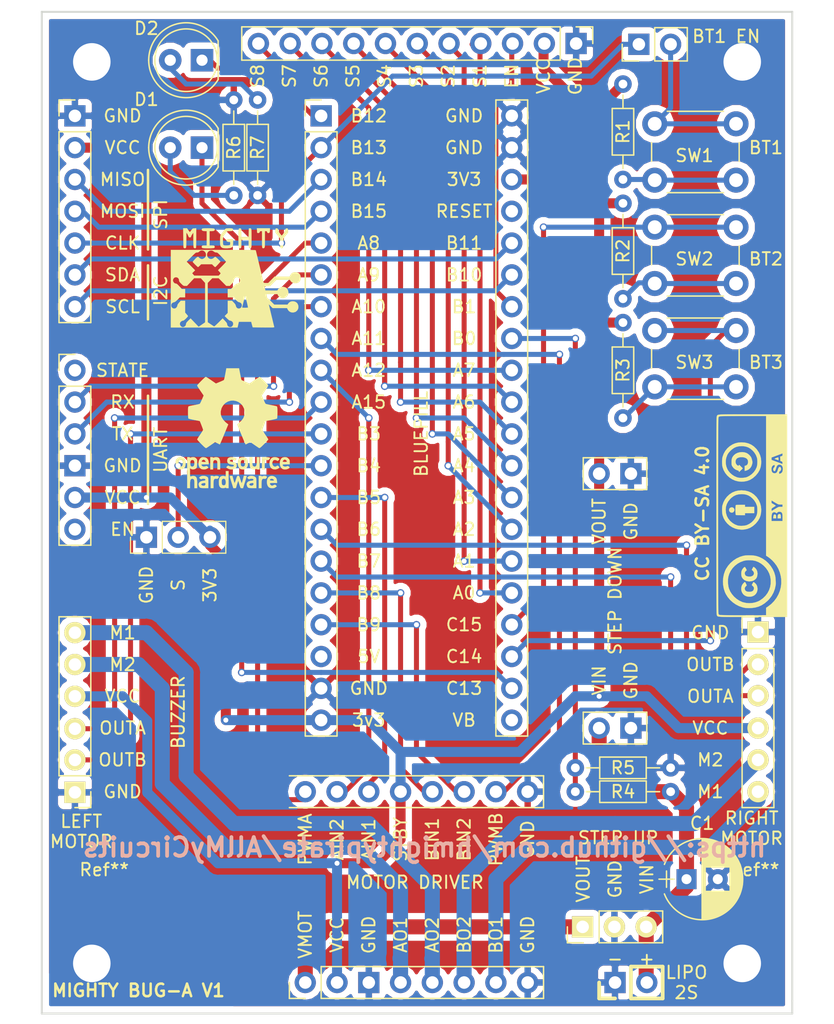
<source format=kicad_pcb>
(kicad_pcb (version 20171130) (host pcbnew 5.0.0-fee4fd1~66~ubuntu18.04.1)
  (layers (0 F.Cu signal) (31 B.Cu signal) (34 B.Paste user) (35 F.Paste user) (36 B.SilkS user) (37 F.SilkS user) (38 B.Mask user) (39 F.Mask user) (44 Edge.Cuts user))
  (net 0 "")
  (net 1 GND)
  (net 2 GLED)
  (net 3 "Net-(D1-Pad2)")
  (net 4 RLED)
  (net 5 "Net-(D2-Pad2)")
  (net 6 BT1)
  (net 7 "Net-(JP1-Pad2)")
  (net 8 BAT_MEAS)
  (net 9 BT2)
  (net 10 BT3)
  (net 11 USART_RX)
  (net 12 USART_TX)
  (net 13 BUZZER)
  (net 14 LM_OUT_B)
  (net 15 LM_OUT_A)
  (net 16 LM_M1)
  (net 17 LM_M2)
  (net 18 MISO)
  (net 19 MOSI)
  (net 20 LM_PWM)
  (net 21 RM_PWM)
  (net 22 RM_DIR_2)
  (net 23 RM_DIR_1)
  (net 24 RM_OUT_A)
  (net 25 RM_OUT_B)
  (net 26 LM_DIR_1)
  (net 27 LM_DIR_2)
  (net 28 "Net-(U6-Pad18)")
  (net 29 "Net-(U6-Pad24)")
  (net 30 SDA)
  (net 31 SCL)
  (net 32 SENSOR_EN)
  (net 33 SENSOR8)
  (net 34 SENSOR7)
  (net 35 SENSOR6)
  (net 36 SENSOR5)
  (net 37 SENSOR4)
  (net 38 SENSOR3)
  (net 39 SENSOR2)
  (net 40 SENSOR1)
  (net 41 "Net-(U6-Pad40)")
  (net 42 RM_M2)
  (net 43 RM_M1)
  (net 44 +3V3)
  (net 45 "Net-(P2-Pad6)")
  (net 46 "Net-(P2-Pad1)")
  (net 47 "Net-(R1-Pad1)")
  (net 48 "Net-(R2-Pad1)")
  (net 49 "Net-(R3-Pad1)")
  (net 50 +9V)
  (net 51 +BATT)
  (module line_follower:Pin_Header_Straight_1x11_Pitch2.54mm (layer F.Cu) (at 160.7185 61.5315 270)
    (fp_text reference P1 hide)
    (fp_text value QTR-8A)
    (pad 1 thru_hole rect (at 0 0 270) (size 1.7 1.7) (drill 1) (layers *.Cu *.Mask) (net 1 GND))
    (pad 2 thru_hole oval (at 0 2.54 270) (size 1.7 1.7) (drill 1) (layers *.Cu *.Mask) (net 44 +3V3))
    (pad 3 thru_hole oval (at 0 5.08 270) (size 1.7 1.7) (drill 1) (layers *.Cu *.Mask) (net 32 SENSOR_EN))
    (pad 4 thru_hole oval (at 0 7.62 270) (size 1.7 1.7) (drill 1) (layers *.Cu *.Mask) (net 40 SENSOR1))
    (pad 5 thru_hole oval (at 0 10.16 270) (size 1.7 1.7) (drill 1) (layers *.Cu *.Mask) (net 39 SENSOR2))
    (pad 6 thru_hole oval (at 0 12.7 270) (size 1.7 1.7) (drill 1) (layers *.Cu *.Mask) (net 38 SENSOR3))
    (pad 7 thru_hole oval (at 0 15.24 270) (size 1.7 1.7) (drill 1) (layers *.Cu *.Mask) (net 37 SENSOR4))
    (pad 8 thru_hole oval (at 0 17.78 270) (size 1.7 1.7) (drill 1) (layers *.Cu *.Mask) (net 36 SENSOR5))
    (pad 9 thru_hole oval (at 0 20.32 270) (size 1.7 1.7) (drill 1) (layers *.Cu *.Mask) (net 35 SENSOR6))
    (pad 10 thru_hole oval (at 0 22.86 270) (size 1.7 1.7) (drill 1) (layers *.Cu *.Mask) (net 34 SENSOR7))
    (pad 11 thru_hole oval (at 0 25.4 270) (size 1.7 1.7) (drill 1) (layers *.Cu *.Mask) (net 33 SENSOR8))
  )
  (module line_follower:tb6612fng_sparkfun (layer F.Cu) (at 147.955 128.905 90)
    (fp_text reference U7 hide)
    (fp_text value TB6612FNG)
    (fp_text user GND (at -3.81 8.89 90) (layer F.SilkS))
    (fp_text user VMOT (at -3.81 -8.89 90) (layer F.SilkS))
    (fp_text user BO2 (at -3.81 3.81 90) (layer F.SilkS))
    (fp_text user BO1 (at -3.81 6.35 90) (layer F.SilkS))
    (fp_text user AO2 (at -3.81 1.27 90) (layer F.SilkS))
    (fp_text user AO1 (at -3.81 -1.27 90) (layer F.SilkS))
    (fp_text user VCC (at -3.81 -6.35 90) (layer F.SilkS))
    (fp_text user GND (at -3.81 -3.81 90) (layer F.SilkS))
    (fp_text user GND (at 3.81 8.89 90) (layer F.SilkS))
    (fp_text user PWMB (at 3.81 6.35 90) (layer F.SilkS))
    (fp_text user BIN2 (at 3.81 3.81 90) (layer F.SilkS))
    (fp_text user BIN1 (at 3.81 1.27 90) (layer F.SilkS))
    (fp_text user STBY (at 3.81 -1.27 90) (layer F.SilkS))
    (fp_text user AIN1 (at 3.81 -3.81 90) (layer F.SilkS))
    (fp_text user AIN2 (at 3.81 -6.35 90) (layer F.SilkS))
    (fp_text user PWMA (at 3.81 -8.89 90) (layer F.SilkS))
    (pad 1 thru_hole rect (at -7.62 -3.81) (size 1.7 1.7) (drill 1) (layers *.Cu *.Mask) (net 1 GND))
    (pad 2 thru_hole oval (at -7.62 -6.35) (size 1.7 1.7) (drill 1) (layers *.Cu *.Mask) (net 44 +3V3))
    (pad 3 thru_hole oval (at -7.62 -1.27) (size 1.7 1.7) (drill 1) (layers *.Cu *.Mask) (net 16 LM_M1))
    (pad 4 thru_hole oval (at -7.62 1.27) (size 1.7 1.7) (drill 1) (layers *.Cu *.Mask) (net 17 LM_M2))
    (pad 5 thru_hole oval (at -7.62 3.81) (size 1.7 1.7) (drill 1) (layers *.Cu *.Mask) (net 43 RM_M1))
    (pad 6 thru_hole oval (at -7.62 6.35) (size 1.7 1.7) (drill 1) (layers *.Cu *.Mask) (net 42 RM_M2))
    (pad 7 thru_hole oval (at -7.62 -8.89) (size 1.7 1.7) (drill 1) (layers *.Cu *.Mask) (net 50 +9V))
    (pad 8 thru_hole oval (at -7.62 8.89) (size 1.7 1.7) (drill 1) (layers *.Cu *.Mask) (net 1 GND))
    (pad 9 thru_hole oval (at 7.62 -8.89) (size 1.7 1.7) (drill 1) (layers *.Cu *.Mask) (net 20 LM_PWM))
    (pad 10 thru_hole oval (at 7.62 -6.35) (size 1.7 1.7) (drill 1) (layers *.Cu *.Mask) (net 27 LM_DIR_2))
    (pad 11 thru_hole oval (at 7.62 -3.81) (size 1.7 1.7) (drill 1) (layers *.Cu *.Mask) (net 26 LM_DIR_1))
    (pad 12 thru_hole oval (at 7.62 -1.27) (size 1.7 1.7) (drill 1) (layers *.Cu *.Mask) (net 44 +3V3))
    (pad 13 thru_hole oval (at 7.62 1.27) (size 1.7 1.7) (drill 1) (layers *.Cu *.Mask) (net 23 RM_DIR_1))
    (pad 14 thru_hole oval (at 7.62 3.81) (size 1.7 1.7) (drill 1) (layers *.Cu *.Mask) (net 22 RM_DIR_2))
    (pad 15 thru_hole oval (at 7.62 6.35) (size 1.7 1.7) (drill 1) (layers *.Cu *.Mask) (net 21 RM_PWM))
    (pad 16 thru_hole oval (at 7.62 8.89) (size 1.7 1.7) (drill 1) (layers *.Cu *.Mask) (net 1 GND))
  )
  (module line_follower:BluePill_STM32F103C (layer F.Cu) (at 147.955 91.44)
    (fp_text reference U6 hide)
    (fp_text value STM32F103C8T6 hide)
    (fp_text user 3v3 (at -3.81 24.13) (layer F.SilkS))
    (fp_text user GND (at -3.81 21.59) (layer F.SilkS))
    (fp_text user 5V (at -3.81 19.05) (layer F.SilkS))
    (fp_text user B9 (at -3.81 16.51) (layer F.SilkS))
    (fp_text user B8 (at -3.81 13.97) (layer F.SilkS))
    (fp_text user B7 (at -3.81 11.43) (layer F.SilkS))
    (fp_text user B6 (at -3.81 8.89) (layer F.SilkS))
    (fp_text user B5 (at -3.81 6.35) (layer F.SilkS))
    (fp_text user B4 (at -3.81 3.81) (layer F.SilkS))
    (fp_text user B3 (at -3.81 1.27) (layer F.SilkS))
    (fp_text user A15 (at -3.81 -1.27) (layer F.SilkS))
    (fp_text user A12 (at -3.81 -3.81) (layer F.SilkS))
    (fp_text user A11 (at -3.81 -6.35) (layer F.SilkS))
    (fp_text user A10 (at -3.81 -8.89) (layer F.SilkS))
    (fp_text user A9 (at -3.81 -11.43) (layer F.SilkS))
    (fp_text user A8 (at -3.81 -13.97) (layer F.SilkS))
    (fp_text user B15 (at -3.81 -16.51) (layer F.SilkS))
    (fp_text user B14 (at -3.81 -19.05) (layer F.SilkS))
    (fp_text user B13 (at -3.81 -21.59) (layer F.SilkS))
    (fp_text user B12 (at -3.81 -24.13) (layer F.SilkS))
    (fp_text user VB (at 3.81 24.13) (layer F.SilkS))
    (fp_text user C13 (at 3.81 21.59) (layer F.SilkS))
    (fp_text user C14 (at 3.81 19.05) (layer F.SilkS))
    (fp_text user C15 (at 3.81 16.51) (layer F.SilkS))
    (fp_text user A0 (at 3.81 13.97) (layer F.SilkS))
    (fp_text user A1 (at 3.81 11.43) (layer F.SilkS))
    (fp_text user A2 (at 3.81 8.89) (layer F.SilkS))
    (fp_text user A3 (at 3.81 6.35) (layer F.SilkS))
    (fp_text user A4 (at 3.81 3.81) (layer F.SilkS))
    (fp_text user A5 (at 3.81 1.27) (layer F.SilkS))
    (fp_text user A6 (at 3.81 -1.27) (layer F.SilkS))
    (fp_text user A7 (at 3.81 -3.81) (layer F.SilkS))
    (fp_text user B0 (at 3.81 -6.35) (layer F.SilkS))
    (fp_text user B1 (at 3.81 -8.89) (layer F.SilkS))
    (fp_text user B10 (at 3.81 -11.43) (layer F.SilkS))
    (fp_text user B11 (at 3.81 -13.97) (layer F.SilkS))
    (fp_text user RESET (at 3.81 -16.51) (layer F.SilkS))
    (fp_text user 3V3 (at 3.81 -19.05) (layer F.SilkS))
    (fp_text user GND (at 3.81 -21.59) (layer F.SilkS))
    (fp_text user GND (at 3.81 -24.13) (layer F.SilkS))
    (pad 1 thru_hole rect (at -7.62 -24.13) (size 1.7 1.7) (drill 1) (layers *.Cu *.Mask) (net 4 RLED))
    (pad 2 thru_hole circle (at -7.62 -21.59) (size 1.7 1.7) (drill 1) (layers *.Cu *.Mask) (net 6 BT1))
    (pad 3 thru_hole circle (at -7.62 -19.05) (size 1.7 1.7) (drill 1) (layers *.Cu *.Mask) (net 18 MISO))
    (pad 4 thru_hole circle (at -7.62 -16.51) (size 1.7 1.7) (drill 1) (layers *.Cu *.Mask) (net 19 MOSI))
    (pad 5 thru_hole circle (at -7.62 -13.97) (size 1.7 1.7) (drill 1) (layers *.Cu *.Mask) (net 20 LM_PWM))
    (pad 6 thru_hole circle (at -7.62 -11.43) (size 1.7 1.7) (drill 1) (layers *.Cu *.Mask) (net 12 USART_TX))
    (pad 7 thru_hole circle (at -7.62 -8.89) (size 1.7 1.7) (drill 1) (layers *.Cu *.Mask) (net 11 USART_RX))
    (pad 8 thru_hole circle (at -7.62 -6.35) (size 1.7 1.7) (drill 1) (layers *.Cu *.Mask) (net 21 RM_PWM))
    (pad 9 thru_hole circle (at -7.62 -3.81) (size 1.7 1.7) (drill 1) (layers *.Cu *.Mask) (net 27 LM_DIR_2))
    (pad 10 thru_hole circle (at -7.62 -1.27) (size 1.7 1.7) (drill 1) (layers *.Cu *.Mask) (net 15 LM_OUT_A))
    (pad 11 thru_hole circle (at -7.62 1.27) (size 1.7 1.7) (drill 1) (layers *.Cu *.Mask) (net 14 LM_OUT_B))
    (pad 12 thru_hole circle (at -7.62 3.81) (size 1.7 1.7) (drill 1) (layers *.Cu *.Mask) (net 13 BUZZER))
    (pad 13 thru_hole circle (at -7.62 6.35) (size 1.7 1.7) (drill 1) (layers *.Cu *.Mask) (net 26 LM_DIR_1))
    (pad 14 thru_hole circle (at -7.62 8.89) (size 1.7 1.7) (drill 1) (layers *.Cu *.Mask) (net 24 RM_OUT_A))
    (pad 15 thru_hole circle (at -7.62 11.43) (size 1.7 1.7) (drill 1) (layers *.Cu *.Mask) (net 25 RM_OUT_B))
    (pad 16 thru_hole circle (at -7.62 13.97) (size 1.7 1.7) (drill 1) (layers *.Cu *.Mask) (net 23 RM_DIR_1))
    (pad 17 thru_hole circle (at -7.62 16.51) (size 1.7 1.7) (drill 1) (layers *.Cu *.Mask) (net 22 RM_DIR_2))
    (pad 18 thru_hole circle (at -7.62 19.05) (size 1.7 1.7) (drill 1) (layers *.Cu *.Mask) (net 28 "Net-(U6-Pad18)"))
    (pad 19 thru_hole circle (at -7.62 21.59) (size 1.7 1.7) (drill 1) (layers *.Cu *.Mask) (net 1 GND))
    (pad 20 thru_hole circle (at -7.62 24.13) (size 1.7 1.7) (drill 1) (layers *.Cu *.Mask) (net 44 +3V3))
    (pad 21 thru_hole circle (at 7.62 -24.13) (size 1.7 1.7) (drill 1) (layers *.Cu *.Mask) (net 1 GND))
    (pad 22 thru_hole circle (at 7.62 -21.59) (size 1.7 1.7) (drill 1) (layers *.Cu *.Mask) (net 1 GND))
    (pad 23 thru_hole circle (at 7.62 -19.05) (size 1.7 1.7) (drill 1) (layers *.Cu *.Mask) (net 44 +3V3))
    (pad 24 thru_hole circle (at 7.62 -16.51) (size 1.7 1.7) (drill 1) (layers *.Cu *.Mask) (net 29 "Net-(U6-Pad24)"))
    (pad 25 thru_hole circle (at 7.62 -13.97) (size 1.7 1.7) (drill 1) (layers *.Cu *.Mask) (net 30 SDA))
    (pad 26 thru_hole circle (at 7.62 -11.43) (size 1.7 1.7) (drill 1) (layers *.Cu *.Mask) (net 31 SCL))
    (pad 27 thru_hole circle (at 7.62 -8.89) (size 1.7 1.7) (drill 1) (layers *.Cu *.Mask) (net 32 SENSOR_EN))
    (pad 28 thru_hole circle (at 7.62 -6.35) (size 1.7 1.7) (drill 1) (layers *.Cu *.Mask) (net 8 BAT_MEAS))
    (pad 29 thru_hole circle (at 7.62 -3.81) (size 1.7 1.7) (drill 1) (layers *.Cu *.Mask) (net 33 SENSOR8))
    (pad 30 thru_hole circle (at 7.62 -1.27) (size 1.7 1.7) (drill 1) (layers *.Cu *.Mask) (net 34 SENSOR7))
    (pad 31 thru_hole circle (at 7.62 1.27) (size 1.7 1.7) (drill 1) (layers *.Cu *.Mask) (net 35 SENSOR6))
    (pad 32 thru_hole circle (at 7.62 3.81) (size 1.7 1.7) (drill 1) (layers *.Cu *.Mask) (net 36 SENSOR5))
    (pad 33 thru_hole circle (at 7.62 6.35) (size 1.7 1.7) (drill 1) (layers *.Cu *.Mask) (net 37 SENSOR4))
    (pad 34 thru_hole circle (at 7.62 8.89) (size 1.7 1.7) (drill 1) (layers *.Cu *.Mask) (net 38 SENSOR3))
    (pad 35 thru_hole circle (at 7.62 11.43) (size 1.7 1.7) (drill 1) (layers *.Cu *.Mask) (net 39 SENSOR2))
    (pad 36 thru_hole circle (at 7.62 13.97) (size 1.7 1.7) (drill 1) (layers *.Cu *.Mask) (net 40 SENSOR1))
    (pad 37 thru_hole circle (at 7.62 16.51) (size 1.7 1.7) (drill 1) (layers *.Cu *.Mask) (net 9 BT2))
    (pad 38 thru_hole circle (at 7.62 19.05) (size 1.7 1.7) (drill 1) (layers *.Cu *.Mask) (net 10 BT3))
    (pad 39 thru_hole circle (at 7.62 21.59) (size 1.7 1.7) (drill 1) (layers *.Cu *.Mask) (net 2 GLED))
    (pad 40 thru_hole circle (at 7.62 24.13) (size 1.7 1.7) (drill 1) (layers *.Cu *.Mask) (net 41 "Net-(U6-Pad40)"))
  )
  (module line_follower:u3v12f9 (layer F.Cu) (at 163.83 127 90)
    (fp_text reference U2 hide)
    (fp_text value U3V12F9)
    (fp_text user VIN (at -1.27 2.54 90) (layer F.SilkS))
    (fp_text user GND (at -1.27 0 90) (layer F.SilkS))
    (fp_text user VOUT (at -1.27 -2.54 90) (layer F.SilkS))
    (pad 1 thru_hole rect (at -5.08 -2.5908) (size 1.7 1.7) (drill 1) (layers *.Cu *.Mask F.SilkS) (net 50 +9V))
    (pad 2 thru_hole oval (at -5.08 -0.0508) (size 1.7 1.7) (drill 1) (layers *.Cu *.Mask F.SilkS) (net 1 GND))
    (pad 3 thru_hole oval (at -5.08 2.4892) (size 1.7 1.7) (drill 1) (layers *.Cu *.Mask F.SilkS) (net 51 +BATT))
  )
  (module line_follower:AMS1117-3.3 (layer F.Cu) (at 163.83 106.045 90)
    (fp_text reference U1 hide)
    (fp_text value AMS1117-3.3)
    (fp_text user GND (at 6.35 1.27 90) (layer F.SilkS))
    (fp_text user VOUT (at 6.35 -1.27 90) (layer F.SilkS))
    (fp_text user VIN (at -6.35 -1.27 90) (layer F.SilkS))
    (fp_text user GND (at -6.35 1.27 90) (layer F.SilkS))
    (pad 1 thru_hole circle (at -10.16 -1.27 90) (size 1.7 1.7) (drill 1) (layers *.Cu *.Mask) (net 51 +BATT))
    (pad 2 thru_hole rect (at -10.16 1.27 90) (size 1.7 1.7) (drill 1) (layers *.Cu *.Mask) (net 1 GND))
    (pad 3 thru_hole circle (at 10.16 -1.27 90) (size 1.7 1.7) (drill 1) (layers *.Cu *.Mask) (net 44 +3V3))
    (pad 4 thru_hole rect (at 10.16 1.27 90) (size 1.7 1.7) (drill 1) (layers *.Cu *.Mask) (net 1 GND))
  )
  (module line_follower:Buzzer (layer F.Cu) (at 128.905 100.965 90)
    (fp_text reference K1 hide)
    (fp_text value BUZZER (at -13.97 0 90) (layer F.SilkS))
    (fp_text user 3V3 (at -3.81 2.54 90) (layer F.SilkS))
    (fp_text user S (at -3.81 0 90) (layer F.SilkS))
    (fp_text user GND (at -3.81 -2.54 90) (layer F.SilkS))
    (pad 3 thru_hole circle (at 0 2.54 90) (size 1.7 1.7) (drill 1) (layers *.Cu *.Mask) (net 44 +3V3))
    (pad 1 thru_hole rect (at 0 -2.54 90) (size 1.7 1.7) (drill 1) (layers *.Cu *.Mask) (net 1 GND))
    (pad 2 thru_hole circle (at 0 0 90) (size 1.7 1.7) (drill 1) (layers *.Cu *.Mask) (net 13 BUZZER))
  )
  (module line_follower:Header (layer F.Cu) (at 120.65 73.66)
    (fp_text reference P3 hide)
    (fp_text value "EXP HEADER")
    (fp_text user CLK (at 3.81 3.81) (layer F.SilkS))
    (fp_text user SCL (at 3.81 8.89) (layer F.SilkS))
    (fp_text user SDA (at 3.81 6.35) (layer F.SilkS))
    (fp_text user MOSI (at 3.81 1.27) (layer F.SilkS))
    (fp_text user MISO (at 3.81 -1.27) (layer F.SilkS))
    (fp_text user VCC (at 3.81 -3.81) (layer F.SilkS))
    (fp_text user GND (at 3.81 -6.35) (layer F.SilkS))
    (pad 7 thru_hole circle (at 0 8.89) (size 1.7 1.7) (drill 1) (layers *.Cu *.Mask) (net 31 SCL))
    (pad 6 thru_hole circle (at 0 6.35) (size 1.7 1.7) (drill 1) (layers *.Cu *.Mask) (net 30 SDA))
    (pad 5 thru_hole circle (at 0 3.81) (size 1.7 1.7) (drill 1) (layers *.Cu *.Mask) (net 6 BT1))
    (pad 4 thru_hole circle (at 0 1.27) (size 1.7 1.7) (drill 1) (layers *.Cu *.Mask) (net 19 MOSI))
    (pad 3 thru_hole circle (at 0 -1.27) (size 1.7 1.7) (drill 1) (layers *.Cu *.Mask) (net 18 MISO))
    (pad 1 thru_hole rect (at 0 -6.35) (size 1.7 1.7) (drill 1) (layers *.Cu *.Mask) (net 1 GND))
    (pad 2 thru_hole circle (at 0 -3.81) (size 1.7 1.7) (drill 1) (layers *.Cu *.Mask) (net 44 +3V3))
  )
  (module line_follower:HC-05 (layer F.Cu) (at 120.65 93.98)
    (fp_text reference P2 hide)
    (fp_text value HC-05)
    (fp_text user STATE (at 3.81 -6.35) (layer F.SilkS))
    (fp_text user RX (at 3.81 -3.81) (layer F.SilkS))
    (fp_text user TX (at 3.81 -1.27) (layer F.SilkS))
    (fp_text user GND (at 3.81 1.27) (layer F.SilkS))
    (fp_text user VCC (at 3.81 3.81) (layer F.SilkS))
    (fp_text user EN (at 3.81 6.35) (layer F.SilkS))
    (pad 6 thru_hole circle (at 0 6.35) (size 1.7 1.7) (drill 1) (layers *.Cu *.Mask) (net 45 "Net-(P2-Pad6)"))
    (pad 5 thru_hole circle (at 0 3.81) (size 1.7 1.7) (drill 1) (layers *.Cu *.Mask) (net 44 +3V3))
    (pad 4 thru_hole rect (at 0 1.27) (size 1.7 1.7) (drill 1) (layers *.Cu *.Mask) (net 1 GND))
    (pad 3 thru_hole circle (at 0 -1.27) (size 1.7 1.7) (drill 1) (layers *.Cu *.Mask) (net 11 USART_RX))
    (pad 1 thru_hole oval (at 0 -6.35) (size 1.7 1.7) (drill 1) (layers *.Cu *.Mask) (net 46 "Net-(P2-Pad1)"))
    (pad 2 thru_hole circle (at 0 -3.81) (size 1.7 1.7) (drill 1) (layers *.Cu *.Mask) (net 12 USART_TX))
  )
  (module line_follower:pololu_magnetic_encoder (layer F.Cu) (at 120.65 114.935 180)
    (fp_text reference P4 hide)
    (fp_text value "LEFT MOTOR")
    (fp_text user GND (at -3.81 -6.35 180) (layer F.SilkS))
    (fp_text user OUTB (at -3.81 -3.81 180) (layer F.SilkS))
    (fp_text user OUTA (at -3.81 -1.27 180) (layer F.SilkS))
    (fp_text user VCC (at -3.81 1.27 180) (layer F.SilkS))
    (fp_text user M2 (at -3.81 3.81 180) (layer F.SilkS))
    (fp_text user M1 (at -3.81 6.35 180) (layer F.SilkS))
    (pad 1 thru_hole rect (at 0 -6.4008 90) (size 1.7 1.7) (drill 1) (layers *.Cu *.Mask F.SilkS) (net 1 GND))
    (pad 2 thru_hole oval (at 0 -3.81 90) (size 1.7 1.7) (drill 1) (layers *.Cu *.Mask F.SilkS) (net 14 LM_OUT_B))
    (pad 3 thru_hole oval (at 0 -1.3208 90) (size 1.7 1.7) (drill 1) (layers *.Cu *.Mask F.SilkS) (net 15 LM_OUT_A))
    (pad 4 thru_hole oval (at 0 1.27 90) (size 1.7 1.7) (drill 1) (layers *.Cu *.Mask F.SilkS) (net 44 +3V3))
    (pad 5 thru_hole oval (at 0 3.81 90) (size 1.7 1.7) (drill 1) (layers *.Cu *.Mask F.SilkS) (net 16 LM_M1))
    (pad 6 thru_hole oval (at 0 6.35 90) (size 1.7 1.7) (drill 1) (layers *.Cu *.Mask F.SilkS) (net 17 LM_M2))
  )
  (module line_follower:pololu_magnetic_encoder (layer F.Cu) (at 175.26 114.935)
    (fp_text reference P5 hide)
    (fp_text value "RIGHT MOTOR")
    (fp_text user GND (at -3.81 -6.35) (layer F.SilkS))
    (fp_text user OUTB (at -3.81 -3.81) (layer F.SilkS))
    (fp_text user OUTA (at -3.81 -1.27) (layer F.SilkS))
    (fp_text user VCC (at -3.81 1.27) (layer F.SilkS))
    (fp_text user M2 (at -3.81 3.81) (layer F.SilkS))
    (fp_text user M1 (at -3.81 6.35) (layer F.SilkS))
    (pad 1 thru_hole rect (at 0 -6.4008 270) (size 1.7 1.7) (drill 1) (layers *.Cu *.Mask F.SilkS) (net 1 GND))
    (pad 2 thru_hole oval (at 0 -3.81 270) (size 1.7 1.7) (drill 1) (layers *.Cu *.Mask F.SilkS) (net 24 RM_OUT_A))
    (pad 3 thru_hole oval (at 0 -1.3208 270) (size 1.7 1.7) (drill 1) (layers *.Cu *.Mask F.SilkS) (net 25 RM_OUT_B))
    (pad 4 thru_hole oval (at 0 1.27 270) (size 1.7 1.7) (drill 1) (layers *.Cu *.Mask F.SilkS) (net 44 +3V3))
    (pad 5 thru_hole oval (at 0 3.81 270) (size 1.7 1.7) (drill 1) (layers *.Cu *.Mask F.SilkS) (net 43 RM_M1))
    (pad 6 thru_hole oval (at 0 6.35 270) (size 1.7 1.7) (drill 1) (layers *.Cu *.Mask F.SilkS) (net 42 RM_M2))
  )
  (module line_follower:SW_PUSH_6mm_h5mm (layer F.Cu) (at 167.005 67.945)
    (fp_text reference SW1 (at 3.175 2.54) (layer F.SilkS))
    (fp_text value SW_PUSH)
    (pad 2 thru_hole circle (at 0 4.5 90) (size 2 2) (drill 1.1) (layers *.Cu *.Mask) (net 47 "Net-(R1-Pad1)"))
    (pad 1 thru_hole circle (at 0 0 90) (size 2 2) (drill 1.1) (layers *.Cu *.Mask) (net 7 "Net-(JP1-Pad2)"))
    (pad 2 thru_hole circle (at 6.5 4.5 90) (size 2 2) (drill 1.1) (layers *.Cu *.Mask) (net 47 "Net-(R1-Pad1)"))
    (pad 1 thru_hole circle (at 6.5 0 90) (size 2 2) (drill 1.1) (layers *.Cu *.Mask) (net 7 "Net-(JP1-Pad2)"))
  )
  (module line_follower:SW_PUSH_6mm_h5mm (layer F.Cu) (at 167.005 76.2)
    (fp_text reference SW2 (at 3.175 2.54) (layer F.SilkS))
    (fp_text value SW_PUSH)
    (pad 2 thru_hole circle (at 0 4.5 90) (size 2 2) (drill 1.1) (layers *.Cu *.Mask) (net 48 "Net-(R2-Pad1)"))
    (pad 1 thru_hole circle (at 0 0 90) (size 2 2) (drill 1.1) (layers *.Cu *.Mask) (net 9 BT2))
    (pad 2 thru_hole circle (at 6.5 4.5 90) (size 2 2) (drill 1.1) (layers *.Cu *.Mask) (net 48 "Net-(R2-Pad1)"))
    (pad 1 thru_hole circle (at 6.5 0 90) (size 2 2) (drill 1.1) (layers *.Cu *.Mask) (net 9 BT2))
  )
  (module line_follower:SW_PUSH_6mm_h5mm (layer F.Cu) (at 167.005 84.455)
    (fp_text reference SW3 (at 3.175 2.54) (layer F.SilkS))
    (fp_text value SW_PUSH)
    (pad 2 thru_hole circle (at 0 4.5 90) (size 2 2) (drill 1.1) (layers *.Cu *.Mask) (net 49 "Net-(R3-Pad1)"))
    (pad 1 thru_hole circle (at 0 0 90) (size 2 2) (drill 1.1) (layers *.Cu *.Mask) (net 10 BT3))
    (pad 2 thru_hole circle (at 6.5 4.5 90) (size 2 2) (drill 1.1) (layers *.Cu *.Mask) (net 49 "Net-(R3-Pad1)"))
    (pad 1 thru_hole circle (at 6.5 0 90) (size 2 2) (drill 1.1) (layers *.Cu *.Mask) (net 10 BT3))
  )
  (module line_follower:LED_D5.0mm (layer F.Cu) (at 130.81 69.85 180)
    (fp_text reference D1 (at 4.445 3.85 180) (layer F.SilkS))
    (fp_text value LED)
    (pad 1 thru_hole rect (at 0 0 180) (size 1.8 1.8) (drill 0.9) (layers *.Cu *.Mask) (net 2 GLED))
    (pad 2 thru_hole circle (at 2.54 0 180) (size 1.8 1.8) (drill 0.9) (layers *.Cu *.Mask) (net 3 "Net-(D1-Pad2)"))
  )
  (module line_follower:LED_D5.0mm (layer F.Cu) (at 130.81 62.865 180)
    (fp_text reference D2 (at 4.445 2.54 180) (layer F.SilkS))
    (fp_text value LED)
    (pad 1 thru_hole rect (at 0 0 180) (size 1.8 1.8) (drill 0.9) (layers *.Cu *.Mask) (net 4 RLED))
    (pad 2 thru_hole circle (at 2.54 0 180) (size 1.8 1.8) (drill 0.9) (layers *.Cu *.Mask) (net 5 "Net-(D2-Pad2)"))
  )
  (module line_follower:R_Axial_DIN0204_L3.6mm_D1.6mm_P7.62mm_Horizontal (layer F.Cu) (at 133.35 73.66 90)
    (fp_text reference R6 (at 3.81 0 90) (layer F.SilkS))
    (fp_text value 100)
    (pad 1 thru_hole circle (at 0 0 90) (size 1.4 1.4) (drill 0.7) (layers *.Cu *.Mask) (net 3 "Net-(D1-Pad2)"))
    (pad 2 thru_hole oval (at 7.62 0 90) (size 1.4 1.4) (drill 0.7) (layers *.Cu *.Mask) (net 1 GND))
  )
  (module line_follower:R_Axial_DIN0204_L3.6mm_D1.6mm_P7.62mm_Horizontal (layer F.Cu) (at 135.255 73.66 90)
    (fp_text reference R7 (at 3.81 0 90) (layer F.SilkS))
    (fp_text value 100)
    (pad 1 thru_hole circle (at 0 0 90) (size 1.4 1.4) (drill 0.7) (layers *.Cu *.Mask) (net 1 GND))
    (pad 2 thru_hole oval (at 7.62 0 90) (size 1.4 1.4) (drill 0.7) (layers *.Cu *.Mask) (net 5 "Net-(D2-Pad2)"))
  )
  (module line_follower:2S_LiPo (layer F.Cu) (at 165.1 136.525)
    (fp_text reference P6 hide)
    (fp_text value BATTERY)
    (fp_text user - (at -1.27 -1.905) (layer F.SilkS))
    (fp_text user + (at 1.27 -1.905) (layer F.SilkS))
    (pad 2 thru_hole rect (at -1.27 0) (size 1.7 1.7) (drill 1) (layers *.Cu *.Mask) (net 1 GND))
    (pad 1 thru_hole oval (at 1.27 0) (size 1.7 1.7) (drill 1) (layers *.Cu *.Mask) (net 51 +BATT))
  )
  (module line_follower:Pin_Header_Straight_1x02_Pitch2.54mm (layer F.Cu) (at 165.735 61.595 90)
    (fp_text reference JP1 hide)
    (fp_text value JUMPER)
    (pad 1 thru_hole rect (at 0 0 90) (size 1.7 1.7) (drill 1) (layers *.Cu *.Mask) (net 6 BT1))
    (pad 2 thru_hole oval (at 0 2.54 90) (size 1.7 1.7) (drill 1) (layers *.Cu *.Mask) (net 7 "Net-(JP1-Pad2)"))
  )
  (module line_follower:R_Axial_DIN0204_L3.6mm_D1.6mm_P7.62mm_Horizontal (layer F.Cu) (at 164.465 72.39 90)
    (fp_text reference R1 (at 3.81 0 90) (layer F.SilkS))
    (fp_text value 100)
    (pad 1 thru_hole circle (at 0 0 90) (size 1.4 1.4) (drill 0.7) (layers *.Cu *.Mask) (net 47 "Net-(R1-Pad1)"))
    (pad 2 thru_hole oval (at 7.62 0 90) (size 1.4 1.4) (drill 0.7) (layers *.Cu *.Mask) (net 44 +3V3))
  )
  (module line_follower:R_Axial_DIN0204_L3.6mm_D1.6mm_P7.62mm_Horizontal (layer F.Cu) (at 164.465 81.915 90)
    (fp_text reference R2 (at 3.81 0 90) (layer F.SilkS))
    (fp_text value 100)
    (pad 1 thru_hole circle (at 0 0 90) (size 1.4 1.4) (drill 0.7) (layers *.Cu *.Mask) (net 48 "Net-(R2-Pad1)"))
    (pad 2 thru_hole oval (at 7.62 0 90) (size 1.4 1.4) (drill 0.7) (layers *.Cu *.Mask) (net 44 +3V3))
  )
  (module line_follower:R_Axial_DIN0204_L3.6mm_D1.6mm_P7.62mm_Horizontal (layer F.Cu) (at 164.465 91.44 90)
    (fp_text reference R3 (at 3.81 0 90) (layer F.SilkS))
    (fp_text value 100)
    (pad 1 thru_hole circle (at 0 0 90) (size 1.4 1.4) (drill 0.7) (layers *.Cu *.Mask) (net 49 "Net-(R3-Pad1)"))
    (pad 2 thru_hole oval (at 7.62 0 90) (size 1.4 1.4) (drill 0.7) (layers *.Cu *.Mask) (net 44 +3V3))
  )
  (module line_follower:R_Axial_DIN0204_L3.6mm_D1.6mm_P7.62mm_Horizontal (layer F.Cu) (at 168.275 121.285 180)
    (fp_text reference R4 (at 3.81 0 180) (layer F.SilkS))
    (fp_text value 47k)
    (pad 1 thru_hole circle (at 0 0 180) (size 1.4 1.4) (drill 0.7) (layers *.Cu *.Mask) (net 51 +BATT))
    (pad 2 thru_hole oval (at 7.62 0 180) (size 1.4 1.4) (drill 0.7) (layers *.Cu *.Mask) (net 8 BAT_MEAS))
  )
  (module line_follower:R_Axial_DIN0204_L3.6mm_D1.6mm_P7.62mm_Horizontal (layer F.Cu) (at 160.655 119.38)
    (fp_text reference R5 (at 3.81 0) (layer F.SilkS))
    (fp_text value 20k)
    (pad 1 thru_hole circle (at 0 0) (size 1.4 1.4) (drill 0.7) (layers *.Cu *.Mask) (net 8 BAT_MEAS))
    (pad 2 thru_hole oval (at 7.62 0) (size 1.4 1.4) (drill 0.7) (layers *.Cu *.Mask) (net 1 GND))
  )
  (module line_follower:CP_Radial_D6.3mm_P2.50mm (layer F.Cu) (at 169.545 128.27)
    (fp_text reference C1 (at 1.25 -4.46) (layer F.SilkS))
    (fp_text value >=33uF)
    (pad 1 thru_hole rect (at 0 0) (size 1.6 1.6) (drill 0.8) (layers *.Cu *.Mask) (net 51 +BATT))
    (pad 2 thru_hole circle (at 2.5 0) (size 1.6 1.6) (drill 0.8) (layers *.Cu *.Mask) (net 1 GND))
  )
  (module line_follower:MountingHole_3mm (layer F.Cu) (at 122 63)
    (fp_text reference Ref** hide)
    (fp_text value MountingHole_3mm)
    (pad 1 np_thru_hole circle (at 0 0) (size 3 3) (drill 3) (layers *.Cu *.Mask))
  )
  (module line_follower:MountingHole_3mm (layer F.Cu) (at 174 63)
    (fp_text reference Ref** hide)
    (fp_text value MountingHole_3mm)
    (pad 1 np_thru_hole circle (at 0 0) (size 3 3) (drill 3) (layers *.Cu *.Mask))
  )
  (module line_follower:MountingHole_3mm (layer F.Cu) (at 122 135)
    (fp_text reference Ref** (at 0.99 -7.485) (layer F.SilkS))
    (fp_text value MountingHole_3mm)
    (pad 1 np_thru_hole circle (at 0 0) (size 3 3) (drill 3) (layers *.Cu *.Mask))
  )
  (module line_follower:MountingHole_3mm (layer F.Cu) (at 174 135)
    (fp_text reference Ref** (at 0.99 -7.485) (layer F.SilkS))
    (fp_text value MountingHole_3mm)
    (pad 1 np_thru_hole circle (at 0 0) (size 3 3) (drill 3) (layers *.Cu *.Mask))
  )
  (module line_follower:osh_logo (layer F.Cu) (at 133.25 92.25)
    (fp_text reference G*** hide)
    (fp_text value LOGO hide)
  )
  (module line_follower:bug_a_logo (layer F.Cu) (at 133.5 80.25)
    (fp_text reference G*** hide)
    (fp_text value LOGO hide)
  )
  (module line_follower:cc_by_sa_logo (layer F.Cu) (at 174.75 99.25 90)
    (fp_text reference G*** hide)
    (fp_text value LOGO hide)
  )
  (gr_text https://github.com/hmightypirate/AllMyCircuits (at 148.59 125.73) (layer B.SilkS) (effects (font (size 1.5 1.5) (thickness 0.3)) (justify mirror)))
  (gr_text "LIPO\n2S" (at 169.545 136.525) (layer F.SilkS) (effects (font (size 1 1))))
  (gr_line (start 126.492 98.298) (end 126.492 89.662) (angle 90) (layer F.SilkS) (width 0.2))
  (gr_text SPI (at 127.508 75.184 90) (layer F.SilkS) (effects (font (size 1 1))))
  (gr_line (start 126.492 77.978) (end 126.492 71.628) (angle 90) (layer F.SilkS) (width 0.2))
  (gr_line (start 126.492 83.566) (end 126.492 79.248) (angle 90) (layer F.SilkS) (width 0.2))
  (gr_text I2C (at 127.508 81.28 90) (layer F.SilkS) (effects (font (size 1 1))))
  (gr_text UART (at 127.508 93.98 90) (layer F.SilkS) (effects (font (size 1 1))))
  (gr_text "LEFT\nMOTOR" (at 121.158 124.46) (layer F.SilkS) (effects (font (size 1 1))))
  (gr_text "RIGHT\nMOTOR" (at 174.752 124.206) (layer F.SilkS) (effects (font (size 1 1))))
  (gr_text "STEP UP\n" (at 164.084 124.968) (layer F.SilkS) (effects (font (size 1 1))))
  (gr_text "STEP DOWN" (at 163.83 106.045 90) (layer F.SilkS) (effects (font (size 1 1))))
  (gr_text "BLUEPILL\n" (at 148.336 92.71 90) (layer F.SilkS) (effects (font (size 1 1))))
  (gr_text "MOTOR DRIVER" (at 147.828 128.524) (layer F.SilkS) (effects (font (size 1 1))))
  (gr_text "MIGHTY BUG-A V1" (at 125.73 137.16) (layer F.SilkS) (effects (font (size 1 1) (thickness 0.2))))
  (gr_text "MIGHTY BUG-A V1" (at 125.73 137.16) (layer F.Cu) (effects (font (size 1 1) (thickness 0.2))))
  (gr_text BT3 (at 175.895 86.995) (layer F.SilkS) (effects (font (size 1 1))))
  (gr_text BT2 (at 175.895 78.74) (layer F.SilkS) (effects (font (size 1 1))))
  (gr_text BT1 (at 175.895 69.85) (layer F.SilkS) (effects (font (size 1 1))))
  (gr_text "BT1 EN" (at 172.72 60.96) (layer F.SilkS) (effects (font (size 1 1))))
  (gr_text S8 (at 135.255 64.135 90) (layer F.SilkS) (effects (font (size 1 1))))
  (gr_text "S7\n" (at 137.795 64.135 90) (layer F.SilkS) (effects (font (size 1 1))))
  (gr_text "S6\n" (at 140.335 64.135 90) (layer F.SilkS) (effects (font (size 1 1))))
  (gr_text "S5\n" (at 142.875 64.135 90) (layer F.SilkS) (effects (font (size 1 1))))
  (gr_text "S4\n" (at 145.415 64.135 90) (layer F.SilkS) (effects (font (size 1 1))))
  (gr_text "S3\n" (at 147.955 64.135 90) (layer F.SilkS) (effects (font (size 1 1))))
  (gr_text "S2\n" (at 150.495 64.135 90) (layer F.SilkS) (effects (font (size 1 1))))
  (gr_text "S1\n" (at 153.035 64.135 90) (layer F.SilkS) (effects (font (size 1 1))))
  (gr_text EN (at 155.575 64.135 90) (layer F.SilkS) (effects (font (size 1 1))))
  (gr_text VCC (at 158.115 64.135 90) (layer F.SilkS) (effects (font (size 1 1))))
  (gr_text "GND\n" (at 160.655 64.135 90) (layer F.SilkS) (effects (font (size 1 1))))
  (gr_text "CC BY-SA 4.0" (at 170.815 99.06 90) (layer F.SilkS) (effects (font (size 1 1) (thickness 0.2))))
  (gr_line (start 118 139) (end 178 139) (angle 90) (layer Edge.Cuts) (width 0.15))
  (gr_line (start 118 59) (end 118 139) (angle 90) (layer Edge.Cuts) (width 0.15))
  (gr_line (start 178 138) (end 178 139) (angle 90) (layer Edge.Cuts) (width 0.15))
  (gr_line (start 178 59) (end 178 138) (angle 90) (layer Edge.Cuts) (width 0.15))
  (gr_line (start 118 59) (end 178 59) (angle 90) (layer Edge.Cuts) (width 0.15))
  (segment (start 130.81 69.85) (end 130.81 74.295) (width 0.4) (layer F.Cu) (net 2))
  (segment (start 130.81 74.295) (end 133.985 77.47) (width 0.4) (layer F.Cu) (net 2))
  (segment (start 140.335 111.76) (end 133.985 111.76) (width 0.4) (layer B.Cu) (net 2))
  (segment (start 133.985 111.76) (end 133.985 104.775) (width 0.4) (layer F.Cu) (net 2))
  (via (at 133.985 111.76) (size 0.6) (drill 0.4) (layers F.Cu B.Cu) (net 2))
  (segment (start 133.985 104.775) (end 133.985 104.14) (width 0.4) (layer F.Cu) (net 2))
  (segment (start 133.985 84.455) (end 133.985 77.47) (width 0.4) (layer F.Cu) (net 2))
  (segment (start 154.305 111.76) (end 140.335 111.76) (width 0.4) (layer B.Cu) (net 2))
  (segment (start 133.985 104.14) (end 133.985 84.455) (width 0.4) (layer F.Cu) (net 2))
  (segment (start 155.575 113.03) (end 154.305 111.76) (width 0.4) (layer B.Cu) (net 2))
  (segment (start 128.27 69.85) (end 128.27 71.755) (width 0.4) (layer B.Cu) (net 3))
  (segment (start 130.175 73.66) (end 133.35 73.66) (width 0.4) (layer B.Cu) (net 3))
  (segment (start 128.27 71.755) (end 130.175 73.66) (width 0.4) (layer B.Cu) (net 3))
  (segment (start 130.81 62.865) (end 131.445 62.865) (width 0.4) (layer F.Cu) (net 4))
  (segment (start 131.445 62.865) (end 132.08 63.5) (width 0.4) (layer F.Cu) (net 4))
  (segment (start 132.08 63.5) (end 135.89 63.5) (width 0.4) (layer F.Cu) (net 4))
  (segment (start 140.335 67.31) (end 139.7 67.31) (width 0.4) (layer F.Cu) (net 4))
  (segment (start 139.7 67.31) (end 135.89 63.5) (width 0.4) (layer F.Cu) (net 4))
  (segment (start 135.255 66.04) (end 133.985 64.77) (width 0.4) (layer B.Cu) (net 5))
  (segment (start 129.54 64.77) (end 128.27 63.5) (width 0.4) (layer B.Cu) (net 5))
  (segment (start 133.985 64.77) (end 129.54 64.77) (width 0.4) (layer B.Cu) (net 5))
  (segment (start 128.27 63.5) (end 128.27 62.865) (width 0.4) (layer B.Cu) (net 5))
  (segment (start 140.335 69.85) (end 146.05 64.135) (width 0.4) (layer B.Cu) (net 6))
  (segment (start 164.465 61.595) (end 165.735 61.595) (width 0.4) (layer B.Cu) (net 6))
  (segment (start 161.925 64.135) (end 164.465 61.595) (width 0.4) (layer B.Cu) (net 6))
  (segment (start 146.05 64.135) (end 161.925 64.135) (width 0.4) (layer B.Cu) (net 6))
  (segment (start 139.065 71.12) (end 137.16 73.025) (width 0.4) (layer F.Cu) (net 6))
  (segment (start 137.16 77.47) (end 132.08 77.47) (width 0.4) (layer B.Cu) (net 6))
  (via (at 137.16 77.47) (size 0.6) (drill 0.4) (layers F.Cu B.Cu) (net 6))
  (segment (start 137.16 73.025) (end 137.16 77.47) (width 0.4) (layer F.Cu) (net 6))
  (segment (start 120.65 77.47) (end 132.08 77.47) (width 0.4) (layer B.Cu) (net 6))
  (segment (start 139.065 71.12) (end 140.335 69.85) (width 0.4) (layer F.Cu) (net 6))
  (segment (start 168.275 61.595) (end 168.275 66.675) (width 0.4) (layer B.Cu) (net 7))
  (segment (start 168.275 66.675) (end 167.005 67.945) (width 0.4) (layer B.Cu) (net 7))
  (segment (start 167.005 67.945) (end 173.505 67.945) (width 0.4) (layer B.Cu) (net 7))
  (segment (start 155.575 85.09) (end 160.655 85.09) (width 0.4) (layer B.Cu) (net 8))
  (via (at 160.655 85.09) (size 0.6) (drill 0.4) (layers F.Cu B.Cu) (net 8))
  (segment (start 160.655 85.09) (end 160.655 119.38) (width 0.4) (layer F.Cu) (net 8))
  (segment (start 160.655 119.38) (end 160.655 121.285) (width 0.4) (layer F.Cu) (net 8))
  (segment (start 155.575 107.95) (end 158.115 105.41) (width 0.4) (layer F.Cu) (net 9))
  (segment (start 158.115 105.41) (end 158.115 78.105) (width 0.4) (layer F.Cu) (net 9))
  (segment (start 158.115 76.2) (end 158.115 78.105) (width 0.4) (layer F.Cu) (net 9))
  (via (at 158.115 76.2) (size 0.6) (drill 0.4) (layers F.Cu B.Cu) (net 9))
  (segment (start 167.005 76.2) (end 173.505 76.2) (width 0.4) (layer B.Cu) (net 9))
  (segment (start 167.005 76.2) (end 158.115 76.2) (width 0.4) (layer B.Cu) (net 9))
  (segment (start 173.505 84.455) (end 167.005 84.455) (width 0.4) (layer B.Cu) (net 10))
  (segment (start 171.45 109.22) (end 156.845 109.22) (width 0.4) (layer B.Cu) (net 10))
  (segment (start 156.845 109.22) (end 155.575 110.49) (width 0.4) (layer B.Cu) (net 10))
  (via (at 171.45 109.22) (size 0.6) (drill 0.4) (layers F.Cu B.Cu) (net 10))
  (segment (start 171.45 109.22) (end 171.45 85.725) (width 0.4) (layer F.Cu) (net 10))
  (segment (start 171.45 85.725) (end 172.72 84.455) (width 0.4) (layer F.Cu) (net 10))
  (segment (start 172.72 84.455) (end 173.505 84.455) (width 0.4) (layer F.Cu) (net 10))
  (segment (start 120.65 92.71) (end 123.19 90.17) (width 0.4) (layer B.Cu) (net 11))
  (segment (start 137.795 90.17) (end 137.795 88.265) (width 0.4) (layer F.Cu) (net 11))
  (via (at 137.795 90.17) (size 0.6) (drill 0.4) (layers F.Cu B.Cu) (net 11))
  (segment (start 123.19 90.17) (end 137.795 90.17) (width 0.4) (layer B.Cu) (net 11))
  (segment (start 137.795 88.265) (end 137.795 83.82) (width 0.4) (layer F.Cu) (net 11))
  (segment (start 139.065 82.55) (end 140.335 82.55) (width 0.4) (layer F.Cu) (net 11))
  (segment (start 137.795 83.82) (end 139.065 82.55) (width 0.4) (layer F.Cu) (net 11))
  (segment (start 120.65 90.17) (end 121.92 88.9) (width 0.4) (layer B.Cu) (net 12))
  (segment (start 136.525 88.9) (end 136.525 86.995) (width 0.4) (layer F.Cu) (net 12))
  (via (at 136.525 88.9) (size 0.6) (drill 0.4) (layers F.Cu B.Cu) (net 12))
  (segment (start 121.92 88.9) (end 136.525 88.9) (width 0.4) (layer B.Cu) (net 12))
  (segment (start 138.43 80.01) (end 140.335 80.01) (width 0.4) (layer F.Cu) (net 12))
  (segment (start 136.525 81.915) (end 138.43 80.01) (width 0.4) (layer F.Cu) (net 12))
  (segment (start 136.525 86.995) (end 136.525 81.915) (width 0.4) (layer F.Cu) (net 12))
  (segment (start 140.335 95.25) (end 128.905 95.25) (width 0.4) (layer B.Cu) (net 13))
  (segment (start 128.905 95.25) (end 128.905 100.965) (width 0.4) (layer F.Cu) (net 13))
  (via (at 128.905 95.25) (size 0.6) (drill 0.4) (layers F.Cu B.Cu) (net 13))
  (segment (start 140.335 92.71) (end 125.095 92.71) (width 0.4) (layer B.Cu) (net 14))
  (segment (start 125.095 92.71) (end 125.095 95.25) (width 0.4) (layer F.Cu) (net 14))
  (via (at 125.095 92.71) (size 0.6) (drill 0.4) (layers F.Cu B.Cu) (net 14))
  (segment (start 125.095 95.25) (end 125.095 95.885) (width 0.4) (layer F.Cu) (net 14))
  (segment (start 125.095 95.885) (end 125.095 96.52) (width 0.4) (layer F.Cu) (net 14))
  (segment (start 123.19 118.745) (end 125.095 116.84) (width 0.4) (layer F.Cu) (net 14))
  (segment (start 125.095 116.84) (end 125.095 96.52) (width 0.4) (layer F.Cu) (net 14))
  (segment (start 120.65 118.745) (end 123.19 118.745) (width 0.4) (layer F.Cu) (net 14))
  (segment (start 139.065 91.44) (end 123.825 91.44) (width 0.4) (layer B.Cu) (net 15))
  (segment (start 123.825 91.44) (end 123.825 93.98) (width 0.4) (layer F.Cu) (net 15))
  (via (at 123.825 91.44) (size 0.6) (drill 0.4) (layers F.Cu B.Cu) (net 15))
  (segment (start 140.335 90.17) (end 139.065 91.44) (width 0.4) (layer B.Cu) (net 15))
  (segment (start 123.825 93.98) (end 123.825 95.25) (width 0.4) (layer F.Cu) (net 15))
  (segment (start 120.65 116.2558) (end 122.5042 116.2558) (width 0.4) (layer F.Cu) (net 15))
  (segment (start 122.5042 116.2558) (end 123.825 114.935) (width 0.4) (layer F.Cu) (net 15))
  (segment (start 123.825 114.935) (end 123.825 95.25) (width 0.4) (layer F.Cu) (net 15))
  (segment (start 146.685 129.54) (end 146.685 128.905) (width 1.2) (layer B.Cu) (net 16))
  (segment (start 143.51 125.73) (end 137.795 125.73) (width 1.2) (layer B.Cu) (net 16))
  (segment (start 146.685 128.905) (end 143.51 125.73) (width 1.2) (layer B.Cu) (net 16))
  (segment (start 127.635 120.65) (end 132.715 125.73) (width 1.2) (layer B.Cu) (net 16))
  (segment (start 132.715 125.73) (end 137.795 125.73) (width 1.2) (layer B.Cu) (net 16))
  (segment (start 120.65 111.125) (end 125.73 111.125) (width 1.2) (layer B.Cu) (net 16))
  (segment (start 125.73 111.125) (end 127.635 113.03) (width 1.2) (layer B.Cu) (net 16))
  (segment (start 127.635 113.03) (end 127.635 120.65) (width 1.2) (layer B.Cu) (net 16))
  (segment (start 146.685 129.54) (end 146.685 136.525) (width 1.2) (layer B.Cu) (net 16))
  (segment (start 146.685 136.525) (end 146.685 133.35) (width 1.2) (layer B.Cu) (net 16))
  (segment (start 146.685 133.35) (end 146.685 134.62) (width 1.2) (layer B.Cu) (net 16))
  (segment (start 146.6342 134.62) (end 146.6342 134.5692) (width 1.2) (layer B.Cu) (net 16))
  (segment (start 149.225 128.905) (end 144.145 123.825) (width 1.2) (layer B.Cu) (net 17))
  (segment (start 149.225 130.175) (end 149.225 128.905) (width 1.2) (layer B.Cu) (net 17))
  (segment (start 133.35 123.825) (end 129.54 120.015) (width 1.2) (layer B.Cu) (net 17))
  (segment (start 144.145 123.825) (end 133.35 123.825) (width 1.2) (layer B.Cu) (net 17))
  (segment (start 149.225 136.525) (end 149.225 130.175) (width 1.2) (layer B.Cu) (net 17))
  (segment (start 149.225 136.525) (end 149.225 133.985) (width 1.2) (layer B.Cu) (net 17))
  (segment (start 149.225 134.62) (end 149.225 133.985) (width 1.2) (layer B.Cu) (net 17))
  (segment (start 126.365 108.585) (end 120.65 108.585) (width 1.2) (layer B.Cu) (net 17))
  (segment (start 129.54 120.015) (end 129.54 111.76) (width 1.2) (layer B.Cu) (net 17))
  (segment (start 129.54 111.76) (end 126.365 108.585) (width 1.2) (layer B.Cu) (net 17))
  (segment (start 149.1742 134.62) (end 149.225 134.62) (width 1.2) (layer B.Cu) (net 17))
  (segment (start 120.65 72.39) (end 123.19 74.93) (width 0.4) (layer B.Cu) (net 18))
  (segment (start 137.795 74.93) (end 140.335 72.39) (width 0.4) (layer B.Cu) (net 18))
  (segment (start 123.19 74.93) (end 137.795 74.93) (width 0.4) (layer B.Cu) (net 18))
  (segment (start 120.65 74.93) (end 121.285 74.93) (width 0.4) (layer B.Cu) (net 19))
  (segment (start 121.285 74.93) (end 122.555 76.2) (width 0.4) (layer B.Cu) (net 19))
  (segment (start 122.555 76.2) (end 139.065 76.2) (width 0.4) (layer B.Cu) (net 19))
  (segment (start 139.065 76.2) (end 140.335 74.93) (width 0.4) (layer B.Cu) (net 19))
  (segment (start 140.335 74.93) (end 139.7 74.93) (width 0.4) (layer B.Cu) (net 19))
  (segment (start 139.065 121.92) (end 137.16 121.92) (width 0.4) (layer F.Cu) (net 20))
  (segment (start 139.065 77.47) (end 140.335 77.47) (width 0.4) (layer F.Cu) (net 20))
  (segment (start 135.255 81.28) (end 139.065 77.47) (width 0.4) (layer F.Cu) (net 20))
  (segment (start 135.255 120.015) (end 135.255 81.28) (width 0.4) (layer F.Cu) (net 20))
  (segment (start 137.16 121.92) (end 135.255 120.015) (width 0.4) (layer F.Cu) (net 20))
  (segment (start 154.305 121.92) (end 159.385 116.84) (width 0.4) (layer F.Cu) (net 21))
  (segment (start 159.385 86.36) (end 154.94 86.36) (width 0.4) (layer B.Cu) (net 21))
  (via (at 159.385 86.36) (size 0.6) (drill 0.4) (layers F.Cu B.Cu) (net 21))
  (segment (start 159.385 116.84) (end 159.385 86.36) (width 0.4) (layer F.Cu) (net 21))
  (segment (start 140.335 85.09) (end 141.605 86.36) (width 0.4) (layer B.Cu) (net 21))
  (segment (start 141.605 86.36) (end 154.94 86.36) (width 0.4) (layer B.Cu) (net 21))
  (segment (start 154.305 121.285) (end 154.305 121.92) (width 0.4) (layer F.Cu) (net 21))
  (segment (start 151.765 121.92) (end 147.955 118.11) (width 0.4) (layer F.Cu) (net 22))
  (segment (start 147.955 107.95) (end 144.145 107.95) (width 0.4) (layer B.Cu) (net 22))
  (via (at 147.955 107.95) (size 0.6) (drill 0.4) (layers F.Cu B.Cu) (net 22))
  (segment (start 147.955 118.11) (end 147.955 107.95) (width 0.4) (layer F.Cu) (net 22))
  (segment (start 140.335 107.95) (end 144.145 107.95) (width 0.4) (layer B.Cu) (net 22))
  (segment (start 149.225 121.92) (end 146.685 119.38) (width 0.4) (layer F.Cu) (net 23))
  (segment (start 146.685 119.38) (end 146.685 105.41) (width 0.4) (layer F.Cu) (net 23))
  (segment (start 146.685 105.41) (end 142.875 105.41) (width 0.4) (layer B.Cu) (net 23))
  (via (at 146.685 105.41) (size 0.6) (drill 0.4) (layers F.Cu B.Cu) (net 23))
  (segment (start 140.335 105.41) (end 142.875 105.41) (width 0.4) (layer B.Cu) (net 23))
  (segment (start 175.26 111.125) (end 174.625 111.125) (width 0.4) (layer F.Cu) (net 24))
  (segment (start 174.625 111.125) (end 173.355 112.395) (width 0.4) (layer F.Cu) (net 24))
  (segment (start 169.545 111.125) (end 169.545 104.775) (width 0.4) (layer F.Cu) (net 24))
  (segment (start 170.815 112.395) (end 169.545 111.125) (width 0.4) (layer F.Cu) (net 24))
  (segment (start 173.355 112.395) (end 170.815 112.395) (width 0.4) (layer F.Cu) (net 24))
  (segment (start 169.545 101.6) (end 169.545 104.775) (width 0.4) (layer F.Cu) (net 24))
  (via (at 169.545 101.6) (size 0.6) (drill 0.4) (layers F.Cu B.Cu) (net 24))
  (segment (start 141.605 101.6) (end 169.545 101.6) (width 0.4) (layer B.Cu) (net 24))
  (segment (start 141.605 101.6) (end 140.335 100.33) (width 0.4) (layer B.Cu) (net 24))
  (segment (start 175.26 113.6142) (end 172.1358 113.6142) (width 0.4) (layer F.Cu) (net 25))
  (segment (start 172.085 113.665) (end 172.085 113.6142) (width 0.4) (layer F.Cu) (net 25))
  (segment (start 172.1358 113.6142) (end 172.085 113.665) (width 0.4) (layer F.Cu) (net 25))
  (segment (start 170.1292 113.6142) (end 172.085 113.6142) (width 0.4) (layer F.Cu) (net 25))
  (segment (start 172.085 113.6142) (end 172.72 113.6142) (width 0.4) (layer F.Cu) (net 25))
  (segment (start 168.275 111.76) (end 170.1292 113.6142) (width 0.4) (layer F.Cu) (net 25))
  (segment (start 168.275 104.14) (end 168.275 111.76) (width 0.4) (layer F.Cu) (net 25))
  (via (at 168.275 104.14) (size 0.6) (drill 0.4) (layers F.Cu B.Cu) (net 25))
  (segment (start 140.335 102.87) (end 141.605 104.14) (width 0.4) (layer B.Cu) (net 25))
  (segment (start 141.605 104.14) (end 168.275 104.14) (width 0.4) (layer B.Cu) (net 25))
  (segment (start 144.145 121.92) (end 144.145 120.65) (width 0.4) (layer F.Cu) (net 26))
  (segment (start 145.415 97.79) (end 143.51 97.79) (width 0.4) (layer B.Cu) (net 26))
  (via (at 145.415 97.79) (size 0.6) (drill 0.4) (layers F.Cu B.Cu) (net 26))
  (segment (start 145.415 119.38) (end 145.415 97.79) (width 0.4) (layer F.Cu) (net 26))
  (segment (start 144.145 120.65) (end 145.415 119.38) (width 0.4) (layer F.Cu) (net 26))
  (segment (start 143.51 97.79) (end 140.335 97.79) (width 0.4) (layer B.Cu) (net 26))
  (segment (start 144.145 115.57) (end 144.145 118.745) (width 0.4) (layer F.Cu) (net 27))
  (segment (start 144.145 118.745) (end 144.145 119.38) (width 0.4) (layer F.Cu) (net 27))
  (segment (start 144.145 119.38) (end 141.605 121.92) (width 0.4) (layer F.Cu) (net 27))
  (segment (start 140.335 87.63) (end 144.145 91.44) (width 0.4) (layer B.Cu) (net 27))
  (segment (start 144.145 91.44) (end 144.145 94.615) (width 0.4) (layer F.Cu) (net 27))
  (via (at 144.145 91.44) (size 0.6) (drill 0.4) (layers F.Cu B.Cu) (net 27))
  (segment (start 140.335 87.63) (end 140.335 88.265) (width 0.4) (layer B.Cu) (net 27))
  (segment (start 144.145 94.615) (end 144.145 95.25) (width 0.4) (layer F.Cu) (net 27))
  (segment (start 144.145 95.25) (end 144.145 115.57) (width 0.4) (layer F.Cu) (net 27))
  (segment (start 121.92 78.74) (end 120.65 80.01) (width 0.4) (layer B.Cu) (net 30))
  (segment (start 155.575 77.47) (end 154.305 78.74) (width 0.4) (layer B.Cu) (net 30))
  (segment (start 154.305 78.74) (end 121.92 78.74) (width 0.4) (layer B.Cu) (net 30))
  (segment (start 155.575 77.47) (end 154.94 77.47) (width 0.4) (layer B.Cu) (net 30))
  (segment (start 121.92 81.28) (end 120.65 82.55) (width 0.4) (layer B.Cu) (net 31))
  (segment (start 155.575 80.01) (end 154.305 81.28) (width 0.4) (layer B.Cu) (net 31))
  (segment (start 154.305 81.28) (end 121.92 81.28) (width 0.4) (layer B.Cu) (net 31))
  (segment (start 155.575 61.595) (end 155.575 62.23) (width 0.4) (layer B.Cu) (net 32))
  (segment (start 155.575 61.595) (end 155.575 64.77) (width 0.4) (layer F.Cu) (net 32))
  (segment (start 154.305 81.28) (end 155.575 82.55) (width 0.4) (layer F.Cu) (net 32))
  (segment (start 154.305 66.04) (end 154.305 81.28) (width 0.4) (layer F.Cu) (net 32))
  (segment (start 155.575 64.77) (end 154.305 66.04) (width 0.4) (layer F.Cu) (net 32))
  (segment (start 141.605 64.77) (end 142.24 64.77) (width 0.4) (layer F.Cu) (net 33))
  (segment (start 144.145 66.675) (end 144.145 69.215) (width 0.4) (layer F.Cu) (net 33))
  (segment (start 142.24 64.77) (end 144.145 66.675) (width 0.4) (layer F.Cu) (net 33))
  (segment (start 140.335 64.77) (end 141.605 64.77) (width 0.4) (layer F.Cu) (net 33))
  (segment (start 144.145 69.215) (end 144.145 69.85) (width 0.4) (layer F.Cu) (net 33))
  (segment (start 135.255 61.595) (end 138.43 64.77) (width 0.4) (layer F.Cu) (net 33))
  (segment (start 144.145 87.63) (end 155.575 87.63) (width 0.4) (layer B.Cu) (net 33))
  (via (at 144.145 87.63) (size 0.6) (drill 0.4) (layers F.Cu B.Cu) (net 33))
  (segment (start 144.145 69.85) (end 144.145 87.63) (width 0.4) (layer F.Cu) (net 33))
  (segment (start 138.43 64.77) (end 140.335 64.77) (width 0.4) (layer F.Cu) (net 33))
  (segment (start 135.255 61.595) (end 135.89 61.595) (width 0.4) (layer F.Cu) (net 33))
  (segment (start 155.575 90.17) (end 154.305 88.9) (width 0.4) (layer B.Cu) (net 34))
  (via (at 145.415 88.9) (size 0.6) (drill 0.4) (layers F.Cu B.Cu) (net 34))
  (segment (start 154.305 88.9) (end 145.415 88.9) (width 0.4) (layer B.Cu) (net 34))
  (segment (start 145.415 88.9) (end 145.415 86.995) (width 0.4) (layer F.Cu) (net 34))
  (segment (start 145.415 68.58) (end 145.415 66.675) (width 0.4) (layer F.Cu) (net 34))
  (segment (start 140.335 64.135) (end 137.795 61.595) (width 0.4) (layer F.Cu) (net 34))
  (segment (start 142.875 64.135) (end 140.335 64.135) (width 0.4) (layer F.Cu) (net 34))
  (segment (start 145.415 66.675) (end 142.875 64.135) (width 0.4) (layer F.Cu) (net 34))
  (segment (start 137.795 61.595) (end 138.43 61.595) (width 0.4) (layer F.Cu) (net 34))
  (segment (start 145.415 68.58) (end 145.415 86.995) (width 0.4) (layer F.Cu) (net 34))
  (segment (start 145.415 86.995) (end 145.415 88.9) (width 0.4) (layer F.Cu) (net 34))
  (segment (start 155.575 92.71) (end 153.035 90.17) (width 0.4) (layer B.Cu) (net 35))
  (segment (start 146.685 90.17) (end 146.685 86.995) (width 0.4) (layer F.Cu) (net 35))
  (via (at 146.685 90.17) (size 0.6) (drill 0.4) (layers F.Cu B.Cu) (net 35))
  (segment (start 153.035 90.17) (end 146.685 90.17) (width 0.4) (layer B.Cu) (net 35))
  (segment (start 142.24 63.5) (end 143.51 63.5) (width 0.4) (layer F.Cu) (net 35))
  (segment (start 146.685 69.215) (end 146.685 86.995) (width 0.4) (layer F.Cu) (net 35))
  (segment (start 140.335 61.595) (end 142.24 63.5) (width 0.4) (layer F.Cu) (net 35))
  (segment (start 143.51 63.5) (end 146.685 66.675) (width 0.4) (layer F.Cu) (net 35))
  (segment (start 146.685 66.675) (end 146.685 69.215) (width 0.4) (layer F.Cu) (net 35))
  (segment (start 155.575 95.25) (end 151.765 91.44) (width 0.4) (layer B.Cu) (net 36))
  (segment (start 147.955 91.44) (end 147.955 88.9) (width 0.4) (layer F.Cu) (net 36))
  (via (at 147.955 91.44) (size 0.6) (drill 0.4) (layers F.Cu B.Cu) (net 36))
  (segment (start 151.765 91.44) (end 147.955 91.44) (width 0.4) (layer B.Cu) (net 36))
  (segment (start 142.875 61.595) (end 147.955 66.675) (width 0.4) (layer F.Cu) (net 36))
  (segment (start 147.955 66.675) (end 147.955 88.9) (width 0.4) (layer F.Cu) (net 36))
  (segment (start 155.575 97.79) (end 150.495 92.71) (width 0.4) (layer B.Cu) (net 37))
  (segment (start 149.225 92.71) (end 149.225 90.805) (width 0.4) (layer F.Cu) (net 37))
  (via (at 149.225 92.71) (size 0.6) (drill 0.4) (layers F.Cu B.Cu) (net 37))
  (segment (start 150.495 92.71) (end 149.225 92.71) (width 0.4) (layer B.Cu) (net 37))
  (segment (start 145.415 61.595) (end 149.225 65.405) (width 0.4) (layer F.Cu) (net 37))
  (segment (start 149.225 65.405) (end 149.225 90.805) (width 0.4) (layer F.Cu) (net 37))
  (segment (start 155.575 100.33) (end 150.495 95.25) (width 0.4) (layer B.Cu) (net 38))
  (segment (start 150.495 95.25) (end 150.495 93.345) (width 0.4) (layer F.Cu) (net 38))
  (via (at 150.495 95.25) (size 0.6) (drill 0.4) (layers F.Cu B.Cu) (net 38))
  (segment (start 147.955 61.595) (end 150.495 64.135) (width 0.4) (layer F.Cu) (net 38))
  (segment (start 150.495 64.135) (end 150.495 93.345) (width 0.4) (layer F.Cu) (net 38))
  (segment (start 150.495 61.595) (end 151.765 62.865) (width 0.4) (layer F.Cu) (net 39))
  (segment (start 151.765 102.87) (end 155.575 102.87) (width 0.4) (layer B.Cu) (net 39))
  (via (at 151.765 102.87) (size 0.6) (drill 0.4) (layers F.Cu B.Cu) (net 39))
  (segment (start 151.765 62.865) (end 151.765 102.87) (width 0.4) (layer F.Cu) (net 39))
  (segment (start 153.035 61.595) (end 153.035 105.41) (width 0.4) (layer F.Cu) (net 40))
  (segment (start 153.035 105.41) (end 155.575 105.41) (width 0.4) (layer B.Cu) (net 40))
  (via (at 153.035 105.41) (size 0.6) (drill 0.4) (layers F.Cu B.Cu) (net 40))
  (segment (start 153.035 61.595) (end 152.4 61.595) (width 0.4) (layer F.Cu) (net 40))
  (segment (start 175.26 121.285) (end 175.26 121.92) (width 1.2) (layer B.Cu) (net 42))
  (segment (start 175.26 121.92) (end 171.45 125.73) (width 1.2) (layer B.Cu) (net 42))
  (segment (start 171.45 125.73) (end 165.1 125.73) (width 1.2) (layer B.Cu) (net 42))
  (segment (start 165.1 125.73) (end 156.845 125.73) (width 1.2) (layer B.Cu) (net 42))
  (segment (start 154.305 136.525) (end 154.305 133.35) (width 1.2) (layer B.Cu) (net 42))
  (segment (start 154.305 128.27) (end 154.305 133.35) (width 1.2) (layer B.Cu) (net 42))
  (segment (start 154.305 133.35) (end 154.305 134.62) (width 1.2) (layer B.Cu) (net 42))
  (segment (start 156.845 125.73) (end 154.305 128.27) (width 1.2) (layer B.Cu) (net 42))
  (segment (start 175.26 118.745) (end 170.18 123.825) (width 1.2) (layer B.Cu) (net 43))
  (segment (start 170.18 123.825) (end 163.83 123.825) (width 1.2) (layer B.Cu) (net 43))
  (segment (start 156.21 123.825) (end 163.83 123.825) (width 1.2) (layer B.Cu) (net 43))
  (segment (start 151.765 136.525) (end 151.765 133.35) (width 1.2) (layer B.Cu) (net 43))
  (segment (start 151.765 134.62) (end 151.765 133.35) (width 1.2) (layer B.Cu) (net 43))
  (segment (start 151.765 133.35) (end 151.765 128.27) (width 1.2) (layer B.Cu) (net 43))
  (segment (start 151.765 128.27) (end 156.21 123.825) (width 1.2) (layer B.Cu) (net 43))
  (segment (start 158.115 63.5) (end 158.115 61.595) (width 0.8) (layer F.Cu) (net 44))
  (segment (start 162.56 67.945) (end 158.115 63.5) (width 0.8) (layer F.Cu) (net 44))
  (segment (start 162.56 69.215) (end 162.56 67.945) (width 0.8) (layer F.Cu) (net 44))
  (segment (start 162.56 72.39) (end 162.56 69.215) (width 0.8) (layer F.Cu) (net 44))
  (segment (start 162.56 66.675) (end 162.56 69.215) (width 0.8) (layer F.Cu) (net 44))
  (segment (start 162.56 74.295) (end 162.56 72.39) (width 0.8) (layer F.Cu) (net 44))
  (segment (start 162.56 83.82) (end 162.56 74.295) (width 0.8) (layer F.Cu) (net 44))
  (segment (start 146.685 121.285) (end 146.685 125.095) (width 0.8) (layer F.Cu) (net 44))
  (segment (start 146.685 125.095) (end 144.78 127) (width 0.8) (layer F.Cu) (net 44))
  (segment (start 162.56 113.665) (end 160.655 113.665) (width 0.8) (layer B.Cu) (net 44))
  (segment (start 156.21 118.11) (end 146.685 118.11) (width 0.8) (layer B.Cu) (net 44))
  (segment (start 160.655 113.665) (end 156.21 118.11) (width 0.8) (layer B.Cu) (net 44))
  (segment (start 144.145 115.57) (end 146.685 118.11) (width 0.8) (layer B.Cu) (net 44))
  (segment (start 146.685 118.11) (end 146.685 121.285) (width 0.8) (layer B.Cu) (net 44))
  (segment (start 144.78 127) (end 141.605 127) (width 0.8) (layer F.Cu) (net 44))
  (via (at 141.605 127) (size 0.6) (drill 0.4) (layers F.Cu B.Cu) (net 44))
  (segment (start 141.605 127) (end 132.08 127) (width 0.8) (layer B.Cu) (net 44))
  (segment (start 132.08 127) (end 126.434998 121.354998) (width 0.8) (layer B.Cu) (net 44))
  (segment (start 126.434998 121.354998) (end 126.434998 115.639998) (width 0.8) (layer B.Cu) (net 44))
  (segment (start 126.434998 115.639998) (end 124.46 113.665) (width 0.8) (layer B.Cu) (net 44))
  (via (at 126.365 97.79) (size 0.6) (drill 0.4) (layers F.Cu B.Cu) (net 44))
  (segment (start 126.365 72.39) (end 126.365 97.79) (width 0.8) (layer F.Cu) (net 44))
  (segment (start 120.65 97.79) (end 126.365 97.79) (width 0.8) (layer B.Cu) (net 44))
  (segment (start 126.365 97.79) (end 128.27 97.79) (width 0.8) (layer B.Cu) (net 44))
  (segment (start 126.365 72.39) (end 123.825 69.85) (width 0.8) (layer F.Cu) (net 44))
  (segment (start 128.27 97.79) (end 131.445 100.965) (width 0.8) (layer B.Cu) (net 44))
  (segment (start 131.445 100.965) (end 131.445 100.33) (width 0.6) (layer B.Cu) (net 44))
  (segment (start 131.445 100.965) (end 131.445 101.6) (width 0.8) (layer F.Cu) (net 44))
  (segment (start 131.445 101.6) (end 132.715 102.87) (width 0.8) (layer F.Cu) (net 44))
  (segment (start 132.715 102.87) (end 132.715 115.57) (width 0.8) (layer F.Cu) (net 44))
  (via (at 132.715 115.57) (size 0.6) (drill 0.4) (layers F.Cu B.Cu) (net 44))
  (segment (start 120.65 69.85) (end 123.825 69.85) (width 0.8) (layer F.Cu) (net 44))
  (segment (start 124.46 113.665) (end 120.65 113.665) (width 0.8) (layer B.Cu) (net 44))
  (segment (start 120.65 113.665) (end 121.285 113.665) (width 0.6) (layer B.Cu) (net 44))
  (segment (start 168.91 116.205) (end 175.26 116.205) (width 0.8) (layer B.Cu) (net 44))
  (segment (start 166.37 113.665) (end 168.91 116.205) (width 0.8) (layer B.Cu) (net 44))
  (segment (start 162.56 113.665) (end 166.37 113.665) (width 0.8) (layer B.Cu) (net 44))
  (via (at 162.56 113.665) (size 0.6) (drill 0.4) (layers F.Cu B.Cu) (net 44))
  (segment (start 141.605 127) (end 141.605 136.525) (width 0.8) (layer B.Cu) (net 44))
  (segment (start 132.715 115.57) (end 140.335 115.57) (width 0.8) (layer B.Cu) (net 44))
  (segment (start 162.56 95.885) (end 162.56 113.665) (width 0.8) (layer F.Cu) (net 44))
  (segment (start 162.56 72.39) (end 155.575 72.39) (width 0.8) (layer F.Cu) (net 44))
  (segment (start 162.56 95.885) (end 162.56 83.82) (width 0.8) (layer F.Cu) (net 44))
  (segment (start 140.335 115.57) (end 144.145 115.57) (width 0.8) (layer B.Cu) (net 44))
  (segment (start 164.465 64.77) (end 162.56 66.675) (width 0.8) (layer F.Cu) (net 44))
  (segment (start 162.56 74.295) (end 164.465 74.295) (width 0.8) (layer F.Cu) (net 44))
  (segment (start 162.56 83.82) (end 164.465 83.82) (width 0.8) (layer F.Cu) (net 44))
  (segment (start 173.505 72.445) (end 167.005 72.445) (width 0.4) (layer B.Cu) (net 47))
  (segment (start 164.465 72.39) (end 166.95 72.39) (width 0.4) (layer B.Cu) (net 47))
  (segment (start 167.005 80.7) (end 173.505 80.7) (width 0.4) (layer B.Cu) (net 48))
  (segment (start 165.735 80.645) (end 166.95 80.645) (width 0.4) (layer B.Cu) (net 48))
  (segment (start 166.95 80.645) (end 167.005 80.7) (width 0.4) (layer B.Cu) (net 48))
  (segment (start 164.465 81.915) (end 165.735 80.645) (width 0.4) (layer B.Cu) (net 48))
  (segment (start 167.005 88.955) (end 173.505 88.955) (width 0.4) (layer B.Cu) (net 49))
  (segment (start 164.465 91.44) (end 164.52 91.44) (width 0.4) (layer B.Cu) (net 49))
  (segment (start 164.52 91.44) (end 167.005 88.955) (width 0.4) (layer B.Cu) (net 49))
  (segment (start 161.2392 132.08) (end 140.97 132.08) (width 1.2) (layer F.Cu) (net 50))
  (segment (start 140.97 132.08) (end 139.065 133.985) (width 1.2) (layer F.Cu) (net 50))
  (segment (start 139.065 133.985) (end 139.065 136.525) (width 1.2) (layer F.Cu) (net 50))
  (segment (start 168.275 121.285) (end 169.545 122.555) (width 1.2) (layer F.Cu) (net 51))
  (segment (start 168.275 121.285) (end 165.735 121.285) (width 1.2) (layer F.Cu) (net 51))
  (segment (start 165.735 121.285) (end 162.56 118.11) (width 1.2) (layer F.Cu) (net 51))
  (segment (start 166.3192 136.4742) (end 166.37 136.525) (width 1.2) (layer F.Cu) (net 51))
  (segment (start 162.56 118.11) (end 162.56 116.205) (width 1.2) (layer F.Cu) (net 51))
  (segment (start 166.3192 132.08) (end 166.3192 136.4742) (width 1.2) (layer F.Cu) (net 51))
  (segment (start 169.545 128.8542) (end 166.3192 132.08) (width 1.2) (layer F.Cu) (net 51))
  (segment (start 169.545 128.27) (end 169.545 128.8542) (width 1.2) (layer F.Cu) (net 51))
  (segment (start 169.545 122.555) (end 169.545 128.27) (width 1.2) (layer F.Cu) (net 51))
  (zone (net 1) (net_name GND) (layer B.Cu) (connect_pads (clearance 0.508)) (min_thickness 0.254) (fill yes (arc_segments 16) (thermal_gap 0.508) (thermal_bridge_width 0.508))
    (polygon (pts (xy 178 139) (xy 118 139) (xy 118 59) (xy 178 59)))
  )
  (zone (net 1) (net_name GND) (layer F.Cu) (connect_pads (clearance 0.508)) (min_thickness 0.254) (fill yes (arc_segments 16) (thermal_gap 0.508) (thermal_bridge_width 0.508))
    (polygon (pts (xy 178 139) (xy 118 139) (xy 118 59) (xy 178 59)))
  )
)
</source>
